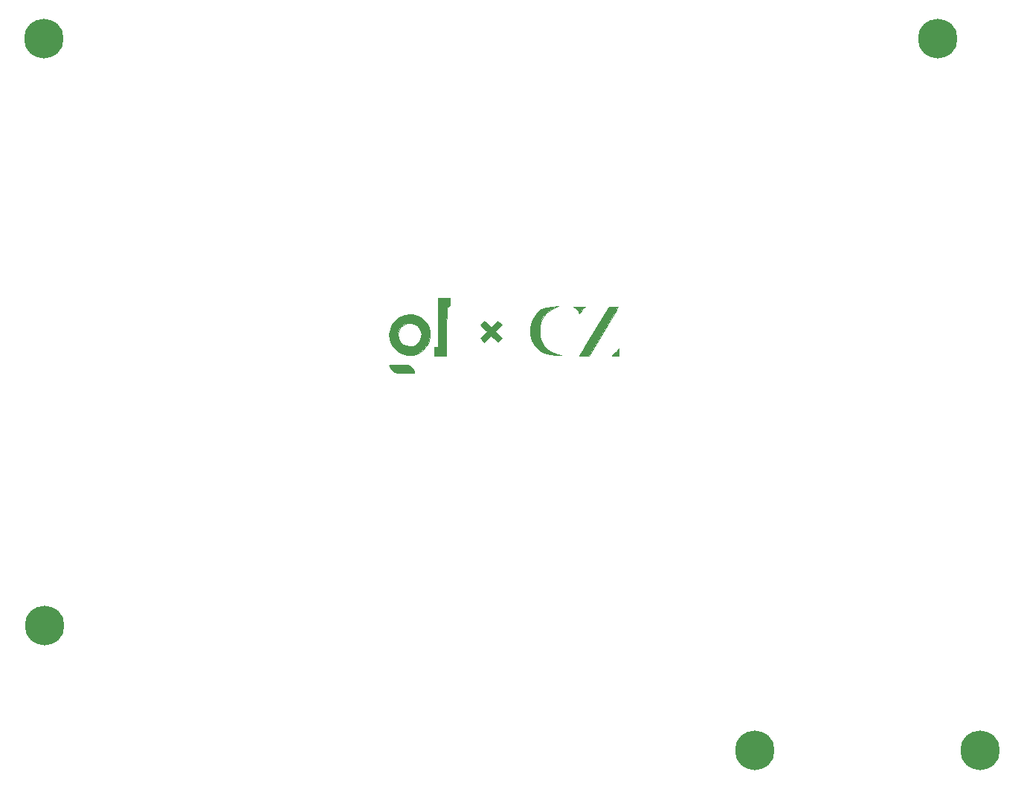
<source format=gbr>
G04 #@! TF.GenerationSoftware,KiCad,Pcbnew,(5.1.9)-1*
G04 #@! TF.CreationDate,2021-01-20T21:35:32-05:00*
G04 #@! TF.ProjectId,base,62617365-2e6b-4696-9361-645f70636258,rev?*
G04 #@! TF.SameCoordinates,Original*
G04 #@! TF.FileFunction,Soldermask,Bot*
G04 #@! TF.FilePolarity,Negative*
%FSLAX46Y46*%
G04 Gerber Fmt 4.6, Leading zero omitted, Abs format (unit mm)*
G04 Created by KiCad (PCBNEW (5.1.9)-1) date 2021-01-20 21:35:32*
%MOMM*%
%LPD*%
G01*
G04 APERTURE LIST*
%ADD10C,0.010000*%
%ADD11C,4.502000*%
%ADD12C,0.802000*%
G04 APERTURE END LIST*
D10*
G36*
X205002715Y-84717622D02*
G01*
X205183595Y-84899776D01*
X205300924Y-85072330D01*
X205311250Y-85098622D01*
X205384842Y-85233402D01*
X205437070Y-85264237D01*
X205518797Y-85194573D01*
X205562890Y-85098622D01*
X205660536Y-84936833D01*
X205833750Y-84750605D01*
X205871425Y-84717622D01*
X206127396Y-84502237D01*
X204746745Y-84502237D01*
X205002715Y-84717622D01*
G37*
X205002715Y-84717622D02*
X205183595Y-84899776D01*
X205300924Y-85072330D01*
X205311250Y-85098622D01*
X205384842Y-85233402D01*
X205437070Y-85264237D01*
X205518797Y-85194573D01*
X205562890Y-85098622D01*
X205660536Y-84936833D01*
X205833750Y-84750605D01*
X205871425Y-84717622D01*
X206127396Y-84502237D01*
X204746745Y-84502237D01*
X205002715Y-84717622D01*
G36*
X185513077Y-85470239D02*
G01*
X184961484Y-85695286D01*
X184491875Y-86054386D01*
X184123819Y-86532654D01*
X183880388Y-87103053D01*
X183792025Y-87683803D01*
X183854285Y-88244015D01*
X184048608Y-88763514D01*
X184356438Y-89222126D01*
X184759216Y-89599674D01*
X185238385Y-89875986D01*
X185775388Y-90030885D01*
X186351666Y-90044198D01*
X186556403Y-90012246D01*
X187062368Y-89836608D01*
X187535902Y-89539469D01*
X187938305Y-89154517D01*
X188230878Y-88715441D01*
X188329174Y-88469025D01*
X188440668Y-87842819D01*
X188422972Y-87578195D01*
X187465195Y-87578195D01*
X187433504Y-88010248D01*
X187257578Y-88418961D01*
X186961822Y-88765678D01*
X186570640Y-89011743D01*
X186556403Y-89017693D01*
X186318489Y-89056362D01*
X186000509Y-89037313D01*
X185677164Y-88971539D01*
X185423156Y-88870034D01*
X185385930Y-88845441D01*
X185033736Y-88494430D01*
X184830722Y-88092401D01*
X184776126Y-87667014D01*
X184869184Y-87245929D01*
X185109131Y-86856807D01*
X185449106Y-86557418D01*
X185832227Y-86391323D01*
X186237005Y-86369670D01*
X186631485Y-86476280D01*
X186983710Y-86694974D01*
X187261726Y-87009572D01*
X187433576Y-87403894D01*
X187465195Y-87578195D01*
X188422972Y-87578195D01*
X188400808Y-87246784D01*
X188223795Y-86700751D01*
X187923833Y-86224552D01*
X187515122Y-85838016D01*
X187011864Y-85560975D01*
X186428261Y-85413259D01*
X186127084Y-85394130D01*
X185513077Y-85470239D01*
G37*
X185513077Y-85470239D02*
X184961484Y-85695286D01*
X184491875Y-86054386D01*
X184123819Y-86532654D01*
X183880388Y-87103053D01*
X183792025Y-87683803D01*
X183854285Y-88244015D01*
X184048608Y-88763514D01*
X184356438Y-89222126D01*
X184759216Y-89599674D01*
X185238385Y-89875986D01*
X185775388Y-90030885D01*
X186351666Y-90044198D01*
X186556403Y-90012246D01*
X187062368Y-89836608D01*
X187535902Y-89539469D01*
X187938305Y-89154517D01*
X188230878Y-88715441D01*
X188329174Y-88469025D01*
X188440668Y-87842819D01*
X188422972Y-87578195D01*
X187465195Y-87578195D01*
X187433504Y-88010248D01*
X187257578Y-88418961D01*
X186961822Y-88765678D01*
X186570640Y-89011743D01*
X186556403Y-89017693D01*
X186318489Y-89056362D01*
X186000509Y-89037313D01*
X185677164Y-88971539D01*
X185423156Y-88870034D01*
X185385930Y-88845441D01*
X185033736Y-88494430D01*
X184830722Y-88092401D01*
X184776126Y-87667014D01*
X184869184Y-87245929D01*
X185109131Y-86856807D01*
X185449106Y-86557418D01*
X185832227Y-86391323D01*
X186237005Y-86369670D01*
X186631485Y-86476280D01*
X186983710Y-86694974D01*
X187261726Y-87009572D01*
X187433576Y-87403894D01*
X187465195Y-87578195D01*
X188422972Y-87578195D01*
X188400808Y-87246784D01*
X188223795Y-86700751D01*
X187923833Y-86224552D01*
X187515122Y-85838016D01*
X187011864Y-85560975D01*
X186428261Y-85413259D01*
X186127084Y-85394130D01*
X185513077Y-85470239D01*
G36*
X189350403Y-89074237D02*
G01*
X189138737Y-89074237D01*
X189021428Y-89084993D01*
X188958094Y-89143769D01*
X188932165Y-89290328D01*
X188927075Y-89564431D01*
X188927070Y-89582237D01*
X188927070Y-90090237D01*
X190279423Y-90090237D01*
X190301747Y-87317403D01*
X190324070Y-84544570D01*
X190514570Y-84517515D01*
X190621327Y-84486217D01*
X190678589Y-84403179D01*
X190701437Y-84226510D01*
X190705070Y-83988348D01*
X190705070Y-83486237D01*
X189350403Y-83486237D01*
X189350403Y-89074237D01*
G37*
X189350403Y-89074237D02*
X189138737Y-89074237D01*
X189021428Y-89084993D01*
X188958094Y-89143769D01*
X188932165Y-89290328D01*
X188927075Y-89564431D01*
X188927070Y-89582237D01*
X188927070Y-90090237D01*
X190279423Y-90090237D01*
X190301747Y-87317403D01*
X190324070Y-84544570D01*
X190514570Y-84517515D01*
X190621327Y-84486217D01*
X190678589Y-84403179D01*
X190701437Y-84226510D01*
X190705070Y-83988348D01*
X190705070Y-83486237D01*
X189350403Y-83486237D01*
X189350403Y-89074237D01*
G36*
X202346737Y-84528388D02*
G01*
X201688459Y-84618694D01*
X201136696Y-84830365D01*
X200671206Y-85172487D01*
X200494243Y-85359966D01*
X200151957Y-85882740D01*
X199935336Y-86481331D01*
X199844552Y-87120810D01*
X199879780Y-87766248D01*
X200041193Y-88382716D01*
X200328965Y-88935284D01*
X200475536Y-89125985D01*
X200912210Y-89513394D01*
X201467056Y-89810031D01*
X202108258Y-90003723D01*
X202804003Y-90082300D01*
X202976120Y-90082666D01*
X203362737Y-90075095D01*
X202962507Y-89964932D01*
X202325136Y-89718212D01*
X201788695Y-89364276D01*
X201371163Y-88919430D01*
X201090520Y-88399980D01*
X201030374Y-88212607D01*
X200977502Y-87900508D01*
X200949870Y-87492756D01*
X200947540Y-87052733D01*
X200970573Y-86643824D01*
X201019031Y-86329412D01*
X201028512Y-86294269D01*
X201283769Y-85712946D01*
X201676227Y-85225725D01*
X202196082Y-84842669D01*
X202643526Y-84637098D01*
X203024070Y-84497596D01*
X202346737Y-84528388D01*
G37*
X202346737Y-84528388D02*
X201688459Y-84618694D01*
X201136696Y-84830365D01*
X200671206Y-85172487D01*
X200494243Y-85359966D01*
X200151957Y-85882740D01*
X199935336Y-86481331D01*
X199844552Y-87120810D01*
X199879780Y-87766248D01*
X200041193Y-88382716D01*
X200328965Y-88935284D01*
X200475536Y-89125985D01*
X200912210Y-89513394D01*
X201467056Y-89810031D01*
X202108258Y-90003723D01*
X202804003Y-90082300D01*
X202976120Y-90082666D01*
X203362737Y-90075095D01*
X202962507Y-89964932D01*
X202325136Y-89718212D01*
X201788695Y-89364276D01*
X201371163Y-88919430D01*
X201090520Y-88399980D01*
X201030374Y-88212607D01*
X200977502Y-87900508D01*
X200949870Y-87492756D01*
X200947540Y-87052733D01*
X200970573Y-86643824D01*
X201019031Y-86329412D01*
X201028512Y-86294269D01*
X201283769Y-85712946D01*
X201676227Y-85225725D01*
X202196082Y-84842669D01*
X202643526Y-84637098D01*
X203024070Y-84497596D01*
X202346737Y-84528388D01*
G36*
X207298895Y-86971152D02*
G01*
X206938895Y-87571349D01*
X206598833Y-88138276D01*
X206290543Y-88652207D01*
X206025857Y-89093416D01*
X205816609Y-89442181D01*
X205674632Y-89678774D01*
X205622771Y-89765152D01*
X205427472Y-90090237D01*
X206528217Y-90090237D01*
X208183977Y-87332527D01*
X208554579Y-86714357D01*
X208896273Y-86142629D01*
X209199560Y-85633369D01*
X209454944Y-85202602D01*
X209652929Y-84866355D01*
X209784016Y-84640654D01*
X209838708Y-84541523D01*
X209839737Y-84538527D01*
X209762629Y-84519735D01*
X209561506Y-84506621D01*
X209309729Y-84502237D01*
X208779720Y-84502237D01*
X207298895Y-86971152D01*
G37*
X207298895Y-86971152D02*
X206938895Y-87571349D01*
X206598833Y-88138276D01*
X206290543Y-88652207D01*
X206025857Y-89093416D01*
X205816609Y-89442181D01*
X205674632Y-89678774D01*
X205622771Y-89765152D01*
X205427472Y-90090237D01*
X206528217Y-90090237D01*
X208183977Y-87332527D01*
X208554579Y-86714357D01*
X208896273Y-86142629D01*
X209199560Y-85633369D01*
X209454944Y-85202602D01*
X209652929Y-84866355D01*
X209784016Y-84640654D01*
X209838708Y-84541523D01*
X209839737Y-84538527D01*
X209762629Y-84519735D01*
X209561506Y-84506621D01*
X209309729Y-84502237D01*
X208779720Y-84502237D01*
X207298895Y-86971152D01*
G36*
X209844708Y-89372018D02*
G01*
X209841576Y-89379633D01*
X209734434Y-89538910D01*
X209546366Y-89736489D01*
X209446652Y-89824133D01*
X209123822Y-90090237D01*
X209924403Y-90090237D01*
X209919037Y-89645737D01*
X209909445Y-89403085D01*
X209885951Y-89316252D01*
X209844708Y-89372018D01*
G37*
X209844708Y-89372018D02*
X209841576Y-89379633D01*
X209734434Y-89538910D01*
X209546366Y-89736489D01*
X209446652Y-89824133D01*
X209123822Y-90090237D01*
X209924403Y-90090237D01*
X209919037Y-89645737D01*
X209909445Y-89403085D01*
X209885951Y-89316252D01*
X209844708Y-89372018D01*
G36*
X184359476Y-91107831D02*
G01*
X184068037Y-91113473D01*
X183893162Y-91129464D01*
X183808469Y-91160860D01*
X183787573Y-91212714D01*
X183804089Y-91290082D01*
X183806009Y-91296737D01*
X183986150Y-91660259D01*
X184270967Y-91926178D01*
X184447667Y-92011624D01*
X184650233Y-92053419D01*
X184973480Y-92087738D01*
X185368791Y-92110456D01*
X185694276Y-92117458D01*
X186107458Y-92118492D01*
X186378692Y-92112920D01*
X186535359Y-92095112D01*
X186604841Y-92059437D01*
X186614520Y-92000264D01*
X186597465Y-91931737D01*
X186444856Y-91609494D01*
X186210547Y-91333530D01*
X186040242Y-91213318D01*
X185846488Y-91162658D01*
X185503355Y-91127513D01*
X185030227Y-91109529D01*
X184793865Y-91107485D01*
X184359476Y-91107831D01*
G37*
X184359476Y-91107831D02*
X184068037Y-91113473D01*
X183893162Y-91129464D01*
X183808469Y-91160860D01*
X183787573Y-91212714D01*
X183804089Y-91290082D01*
X183806009Y-91296737D01*
X183986150Y-91660259D01*
X184270967Y-91926178D01*
X184447667Y-92011624D01*
X184650233Y-92053419D01*
X184973480Y-92087738D01*
X185368791Y-92110456D01*
X185694276Y-92117458D01*
X186107458Y-92118492D01*
X186378692Y-92112920D01*
X186535359Y-92095112D01*
X186604841Y-92059437D01*
X186614520Y-92000264D01*
X186597465Y-91931737D01*
X186444856Y-91609494D01*
X186210547Y-91333530D01*
X186040242Y-91213318D01*
X185846488Y-91162658D01*
X185503355Y-91127513D01*
X185030227Y-91109529D01*
X184793865Y-91107485D01*
X184359476Y-91107831D01*
G36*
X194149548Y-86607274D02*
G01*
X194524271Y-86989089D01*
X194898993Y-87370903D01*
X194524271Y-87752718D01*
X194149548Y-88134532D01*
X194608108Y-88593092D01*
X194989922Y-88218369D01*
X195371737Y-87843647D01*
X195734775Y-88199942D01*
X195934351Y-88388957D01*
X196084116Y-88518148D01*
X196143350Y-88556237D01*
X196226064Y-88500729D01*
X196368391Y-88364908D01*
X196389140Y-88343076D01*
X196589394Y-88129915D01*
X195844480Y-87370903D01*
X196219203Y-86989089D01*
X196593926Y-86607274D01*
X196135366Y-86148714D01*
X195753551Y-86523437D01*
X195371737Y-86898160D01*
X194989922Y-86523437D01*
X194608108Y-86148714D01*
X194149548Y-86607274D01*
G37*
X194149548Y-86607274D02*
X194524271Y-86989089D01*
X194898993Y-87370903D01*
X194524271Y-87752718D01*
X194149548Y-88134532D01*
X194608108Y-88593092D01*
X194989922Y-88218369D01*
X195371737Y-87843647D01*
X195734775Y-88199942D01*
X195934351Y-88388957D01*
X196084116Y-88518148D01*
X196143350Y-88556237D01*
X196226064Y-88500729D01*
X196368391Y-88364908D01*
X196389140Y-88343076D01*
X196589394Y-88129915D01*
X195844480Y-87370903D01*
X196219203Y-86989089D01*
X196593926Y-86607274D01*
X196135366Y-86148714D01*
X195753551Y-86523437D01*
X195371737Y-86898160D01*
X194989922Y-86523437D01*
X194608108Y-86148714D01*
X194149548Y-86607274D01*
G36*
X205002715Y-84717622D02*
G01*
X205183595Y-84899776D01*
X205300924Y-85072330D01*
X205311250Y-85098622D01*
X205384842Y-85233402D01*
X205437070Y-85264237D01*
X205518797Y-85194573D01*
X205562890Y-85098622D01*
X205660536Y-84936833D01*
X205833750Y-84750605D01*
X205871425Y-84717622D01*
X206127396Y-84502237D01*
X204746745Y-84502237D01*
X205002715Y-84717622D01*
G37*
X205002715Y-84717622D02*
X205183595Y-84899776D01*
X205300924Y-85072330D01*
X205311250Y-85098622D01*
X205384842Y-85233402D01*
X205437070Y-85264237D01*
X205518797Y-85194573D01*
X205562890Y-85098622D01*
X205660536Y-84936833D01*
X205833750Y-84750605D01*
X205871425Y-84717622D01*
X206127396Y-84502237D01*
X204746745Y-84502237D01*
X205002715Y-84717622D01*
G36*
X185513077Y-85470239D02*
G01*
X184961484Y-85695286D01*
X184491875Y-86054386D01*
X184123819Y-86532654D01*
X183880388Y-87103053D01*
X183792025Y-87683803D01*
X183854285Y-88244015D01*
X184048608Y-88763514D01*
X184356438Y-89222126D01*
X184759216Y-89599674D01*
X185238385Y-89875986D01*
X185775388Y-90030885D01*
X186351666Y-90044198D01*
X186556403Y-90012246D01*
X187062368Y-89836608D01*
X187535902Y-89539469D01*
X187938305Y-89154517D01*
X188230878Y-88715441D01*
X188329174Y-88469025D01*
X188440668Y-87842819D01*
X188422972Y-87578195D01*
X187465195Y-87578195D01*
X187433504Y-88010248D01*
X187257578Y-88418961D01*
X186961822Y-88765678D01*
X186570640Y-89011743D01*
X186556403Y-89017693D01*
X186318489Y-89056362D01*
X186000509Y-89037313D01*
X185677164Y-88971539D01*
X185423156Y-88870034D01*
X185385930Y-88845441D01*
X185033736Y-88494430D01*
X184830722Y-88092401D01*
X184776126Y-87667014D01*
X184869184Y-87245929D01*
X185109131Y-86856807D01*
X185449106Y-86557418D01*
X185832227Y-86391323D01*
X186237005Y-86369670D01*
X186631485Y-86476280D01*
X186983710Y-86694974D01*
X187261726Y-87009572D01*
X187433576Y-87403894D01*
X187465195Y-87578195D01*
X188422972Y-87578195D01*
X188400808Y-87246784D01*
X188223795Y-86700751D01*
X187923833Y-86224552D01*
X187515122Y-85838016D01*
X187011864Y-85560975D01*
X186428261Y-85413259D01*
X186127084Y-85394130D01*
X185513077Y-85470239D01*
G37*
X185513077Y-85470239D02*
X184961484Y-85695286D01*
X184491875Y-86054386D01*
X184123819Y-86532654D01*
X183880388Y-87103053D01*
X183792025Y-87683803D01*
X183854285Y-88244015D01*
X184048608Y-88763514D01*
X184356438Y-89222126D01*
X184759216Y-89599674D01*
X185238385Y-89875986D01*
X185775388Y-90030885D01*
X186351666Y-90044198D01*
X186556403Y-90012246D01*
X187062368Y-89836608D01*
X187535902Y-89539469D01*
X187938305Y-89154517D01*
X188230878Y-88715441D01*
X188329174Y-88469025D01*
X188440668Y-87842819D01*
X188422972Y-87578195D01*
X187465195Y-87578195D01*
X187433504Y-88010248D01*
X187257578Y-88418961D01*
X186961822Y-88765678D01*
X186570640Y-89011743D01*
X186556403Y-89017693D01*
X186318489Y-89056362D01*
X186000509Y-89037313D01*
X185677164Y-88971539D01*
X185423156Y-88870034D01*
X185385930Y-88845441D01*
X185033736Y-88494430D01*
X184830722Y-88092401D01*
X184776126Y-87667014D01*
X184869184Y-87245929D01*
X185109131Y-86856807D01*
X185449106Y-86557418D01*
X185832227Y-86391323D01*
X186237005Y-86369670D01*
X186631485Y-86476280D01*
X186983710Y-86694974D01*
X187261726Y-87009572D01*
X187433576Y-87403894D01*
X187465195Y-87578195D01*
X188422972Y-87578195D01*
X188400808Y-87246784D01*
X188223795Y-86700751D01*
X187923833Y-86224552D01*
X187515122Y-85838016D01*
X187011864Y-85560975D01*
X186428261Y-85413259D01*
X186127084Y-85394130D01*
X185513077Y-85470239D01*
G36*
X189350403Y-89074237D02*
G01*
X189138737Y-89074237D01*
X189021428Y-89084993D01*
X188958094Y-89143769D01*
X188932165Y-89290328D01*
X188927075Y-89564431D01*
X188927070Y-89582237D01*
X188927070Y-90090237D01*
X190279423Y-90090237D01*
X190301747Y-87317403D01*
X190324070Y-84544570D01*
X190514570Y-84517515D01*
X190621327Y-84486217D01*
X190678589Y-84403179D01*
X190701437Y-84226510D01*
X190705070Y-83988348D01*
X190705070Y-83486237D01*
X189350403Y-83486237D01*
X189350403Y-89074237D01*
G37*
X189350403Y-89074237D02*
X189138737Y-89074237D01*
X189021428Y-89084993D01*
X188958094Y-89143769D01*
X188932165Y-89290328D01*
X188927075Y-89564431D01*
X188927070Y-89582237D01*
X188927070Y-90090237D01*
X190279423Y-90090237D01*
X190301747Y-87317403D01*
X190324070Y-84544570D01*
X190514570Y-84517515D01*
X190621327Y-84486217D01*
X190678589Y-84403179D01*
X190701437Y-84226510D01*
X190705070Y-83988348D01*
X190705070Y-83486237D01*
X189350403Y-83486237D01*
X189350403Y-89074237D01*
G36*
X202346737Y-84528388D02*
G01*
X201688459Y-84618694D01*
X201136696Y-84830365D01*
X200671206Y-85172487D01*
X200494243Y-85359966D01*
X200151957Y-85882740D01*
X199935336Y-86481331D01*
X199844552Y-87120810D01*
X199879780Y-87766248D01*
X200041193Y-88382716D01*
X200328965Y-88935284D01*
X200475536Y-89125985D01*
X200912210Y-89513394D01*
X201467056Y-89810031D01*
X202108258Y-90003723D01*
X202804003Y-90082300D01*
X202976120Y-90082666D01*
X203362737Y-90075095D01*
X202962507Y-89964932D01*
X202325136Y-89718212D01*
X201788695Y-89364276D01*
X201371163Y-88919430D01*
X201090520Y-88399980D01*
X201030374Y-88212607D01*
X200977502Y-87900508D01*
X200949870Y-87492756D01*
X200947540Y-87052733D01*
X200970573Y-86643824D01*
X201019031Y-86329412D01*
X201028512Y-86294269D01*
X201283769Y-85712946D01*
X201676227Y-85225725D01*
X202196082Y-84842669D01*
X202643526Y-84637098D01*
X203024070Y-84497596D01*
X202346737Y-84528388D01*
G37*
X202346737Y-84528388D02*
X201688459Y-84618694D01*
X201136696Y-84830365D01*
X200671206Y-85172487D01*
X200494243Y-85359966D01*
X200151957Y-85882740D01*
X199935336Y-86481331D01*
X199844552Y-87120810D01*
X199879780Y-87766248D01*
X200041193Y-88382716D01*
X200328965Y-88935284D01*
X200475536Y-89125985D01*
X200912210Y-89513394D01*
X201467056Y-89810031D01*
X202108258Y-90003723D01*
X202804003Y-90082300D01*
X202976120Y-90082666D01*
X203362737Y-90075095D01*
X202962507Y-89964932D01*
X202325136Y-89718212D01*
X201788695Y-89364276D01*
X201371163Y-88919430D01*
X201090520Y-88399980D01*
X201030374Y-88212607D01*
X200977502Y-87900508D01*
X200949870Y-87492756D01*
X200947540Y-87052733D01*
X200970573Y-86643824D01*
X201019031Y-86329412D01*
X201028512Y-86294269D01*
X201283769Y-85712946D01*
X201676227Y-85225725D01*
X202196082Y-84842669D01*
X202643526Y-84637098D01*
X203024070Y-84497596D01*
X202346737Y-84528388D01*
G36*
X207298895Y-86971152D02*
G01*
X206938895Y-87571349D01*
X206598833Y-88138276D01*
X206290543Y-88652207D01*
X206025857Y-89093416D01*
X205816609Y-89442181D01*
X205674632Y-89678774D01*
X205622771Y-89765152D01*
X205427472Y-90090237D01*
X206528217Y-90090237D01*
X208183977Y-87332527D01*
X208554579Y-86714357D01*
X208896273Y-86142629D01*
X209199560Y-85633369D01*
X209454944Y-85202602D01*
X209652929Y-84866355D01*
X209784016Y-84640654D01*
X209838708Y-84541523D01*
X209839737Y-84538527D01*
X209762629Y-84519735D01*
X209561506Y-84506621D01*
X209309729Y-84502237D01*
X208779720Y-84502237D01*
X207298895Y-86971152D01*
G37*
X207298895Y-86971152D02*
X206938895Y-87571349D01*
X206598833Y-88138276D01*
X206290543Y-88652207D01*
X206025857Y-89093416D01*
X205816609Y-89442181D01*
X205674632Y-89678774D01*
X205622771Y-89765152D01*
X205427472Y-90090237D01*
X206528217Y-90090237D01*
X208183977Y-87332527D01*
X208554579Y-86714357D01*
X208896273Y-86142629D01*
X209199560Y-85633369D01*
X209454944Y-85202602D01*
X209652929Y-84866355D01*
X209784016Y-84640654D01*
X209838708Y-84541523D01*
X209839737Y-84538527D01*
X209762629Y-84519735D01*
X209561506Y-84506621D01*
X209309729Y-84502237D01*
X208779720Y-84502237D01*
X207298895Y-86971152D01*
G36*
X209844708Y-89372018D02*
G01*
X209841576Y-89379633D01*
X209734434Y-89538910D01*
X209546366Y-89736489D01*
X209446652Y-89824133D01*
X209123822Y-90090237D01*
X209924403Y-90090237D01*
X209919037Y-89645737D01*
X209909445Y-89403085D01*
X209885951Y-89316252D01*
X209844708Y-89372018D01*
G37*
X209844708Y-89372018D02*
X209841576Y-89379633D01*
X209734434Y-89538910D01*
X209546366Y-89736489D01*
X209446652Y-89824133D01*
X209123822Y-90090237D01*
X209924403Y-90090237D01*
X209919037Y-89645737D01*
X209909445Y-89403085D01*
X209885951Y-89316252D01*
X209844708Y-89372018D01*
G36*
X184359476Y-91107831D02*
G01*
X184068037Y-91113473D01*
X183893162Y-91129464D01*
X183808469Y-91160860D01*
X183787573Y-91212714D01*
X183804089Y-91290082D01*
X183806009Y-91296737D01*
X183986150Y-91660259D01*
X184270967Y-91926178D01*
X184447667Y-92011624D01*
X184650233Y-92053419D01*
X184973480Y-92087738D01*
X185368791Y-92110456D01*
X185694276Y-92117458D01*
X186107458Y-92118492D01*
X186378692Y-92112920D01*
X186535359Y-92095112D01*
X186604841Y-92059437D01*
X186614520Y-92000264D01*
X186597465Y-91931737D01*
X186444856Y-91609494D01*
X186210547Y-91333530D01*
X186040242Y-91213318D01*
X185846488Y-91162658D01*
X185503355Y-91127513D01*
X185030227Y-91109529D01*
X184793865Y-91107485D01*
X184359476Y-91107831D01*
G37*
X184359476Y-91107831D02*
X184068037Y-91113473D01*
X183893162Y-91129464D01*
X183808469Y-91160860D01*
X183787573Y-91212714D01*
X183804089Y-91290082D01*
X183806009Y-91296737D01*
X183986150Y-91660259D01*
X184270967Y-91926178D01*
X184447667Y-92011624D01*
X184650233Y-92053419D01*
X184973480Y-92087738D01*
X185368791Y-92110456D01*
X185694276Y-92117458D01*
X186107458Y-92118492D01*
X186378692Y-92112920D01*
X186535359Y-92095112D01*
X186604841Y-92059437D01*
X186614520Y-92000264D01*
X186597465Y-91931737D01*
X186444856Y-91609494D01*
X186210547Y-91333530D01*
X186040242Y-91213318D01*
X185846488Y-91162658D01*
X185503355Y-91127513D01*
X185030227Y-91109529D01*
X184793865Y-91107485D01*
X184359476Y-91107831D01*
G36*
X194149548Y-86607274D02*
G01*
X194524271Y-86989089D01*
X194898993Y-87370903D01*
X194524271Y-87752718D01*
X194149548Y-88134532D01*
X194608108Y-88593092D01*
X194989922Y-88218369D01*
X195371737Y-87843647D01*
X195734775Y-88199942D01*
X195934351Y-88388957D01*
X196084116Y-88518148D01*
X196143350Y-88556237D01*
X196226064Y-88500729D01*
X196368391Y-88364908D01*
X196389140Y-88343076D01*
X196589394Y-88129915D01*
X195844480Y-87370903D01*
X196219203Y-86989089D01*
X196593926Y-86607274D01*
X196135366Y-86148714D01*
X195753551Y-86523437D01*
X195371737Y-86898160D01*
X194989922Y-86523437D01*
X194608108Y-86148714D01*
X194149548Y-86607274D01*
G37*
X194149548Y-86607274D02*
X194524271Y-86989089D01*
X194898993Y-87370903D01*
X194524271Y-87752718D01*
X194149548Y-88134532D01*
X194608108Y-88593092D01*
X194989922Y-88218369D01*
X195371737Y-87843647D01*
X195734775Y-88199942D01*
X195934351Y-88388957D01*
X196084116Y-88518148D01*
X196143350Y-88556237D01*
X196226064Y-88500729D01*
X196368391Y-88364908D01*
X196389140Y-88343076D01*
X196589394Y-88129915D01*
X195844480Y-87370903D01*
X196219203Y-86989089D01*
X196593926Y-86607274D01*
X196135366Y-86148714D01*
X195753551Y-86523437D01*
X195371737Y-86898160D01*
X194989922Y-86523437D01*
X194608108Y-86148714D01*
X194149548Y-86607274D01*
D11*
X144531830Y-120838374D03*
D12*
X146181830Y-120838374D03*
X145698556Y-122005100D03*
X144531830Y-122488374D03*
X143365104Y-122005100D03*
X142881830Y-120838374D03*
X143365104Y-119671648D03*
X144531830Y-119188374D03*
X145698556Y-119671648D03*
D11*
X225450000Y-135100000D03*
D12*
X227100000Y-135100000D03*
X226616726Y-136266726D03*
X225450000Y-136750000D03*
X224283274Y-136266726D03*
X223800000Y-135100000D03*
X224283274Y-133933274D03*
X225450000Y-133450000D03*
X226616726Y-133933274D03*
D11*
X251050000Y-135100000D03*
D12*
X252700000Y-135100000D03*
X252216726Y-136266726D03*
X251050000Y-136750000D03*
X249883274Y-136266726D03*
X249400000Y-135100000D03*
X249883274Y-133933274D03*
X251050000Y-133450000D03*
X252216726Y-133933274D03*
D11*
X246200000Y-53950000D03*
D12*
X247850000Y-53950000D03*
X247366726Y-55116726D03*
X246200000Y-55600000D03*
X245033274Y-55116726D03*
X244550000Y-53950000D03*
X245033274Y-52783274D03*
X246200000Y-52300000D03*
X247366726Y-52783274D03*
X145666726Y-52783274D03*
X144500000Y-52300000D03*
X143333274Y-52783274D03*
X142850000Y-53950000D03*
X143333274Y-55116726D03*
X144500000Y-55600000D03*
X145666726Y-55116726D03*
X146150000Y-53950000D03*
D11*
X144500000Y-53950000D03*
M02*

</source>
